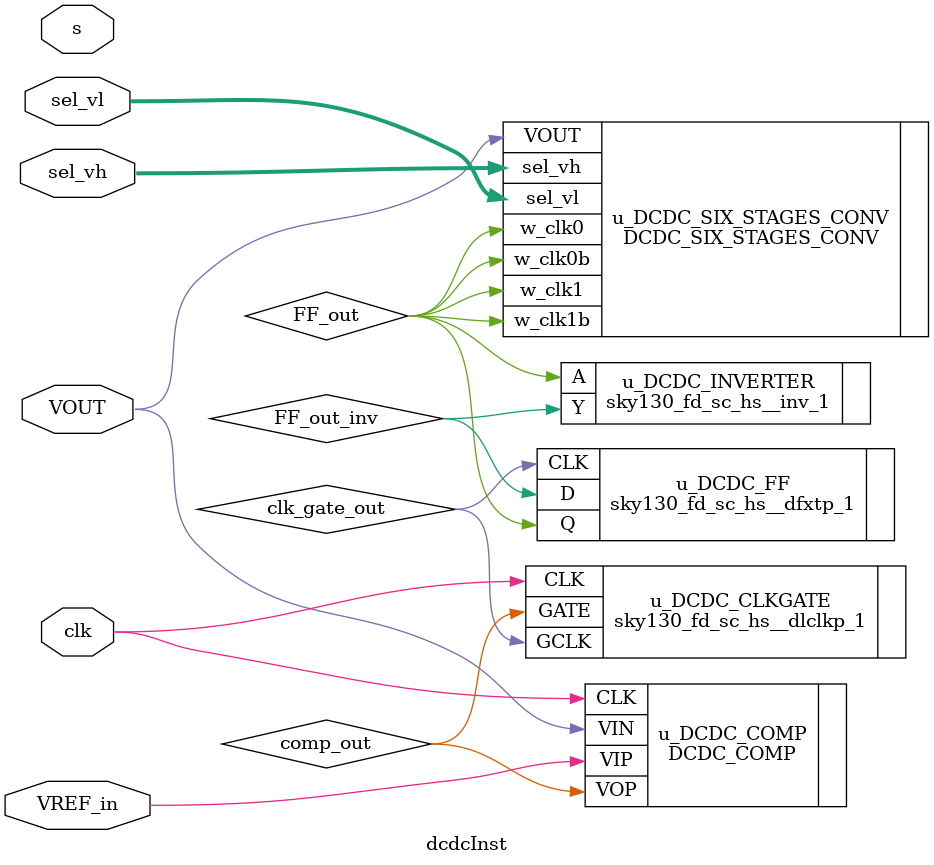
<source format=v>

module dcdcInst (
    inout VOUT,
    input clk,
	input VREF_in, //new added input
	input [5:0] sel_vh, sel_vl,
	input [1:0] s
);

    wire w_clk0, w_clk0b, w_clk1, w_clk1b;
	wire comp_out, clk_gate_out, FF_out, FF_out_inv;
	
/*	
    DCDC_SIX_STAGES_CONV u_DCDC_SIX_STAGES_CONV(
		.VOUT(VOUT),
		.SEL_VH(sel_vh),
		.SEL_VL(sel_vl),
		.W_CLK0(w_clk0),
		.W_CLK0B(w_clk0b), 
		.W_CLK1(w_clk1), 
		.W_CLK1B(w_clk1b)
	);
	*/
	DCDC_SIX_STAGES_CONV u_DCDC_SIX_STAGES_CONV(
		.VOUT(VOUT),
		.sel_vh(sel_vh),
		.sel_vl(sel_vl),
		.w_clk0(FF_out),
		.w_clk0b(FF_out), 
		.w_clk1(FF_out), 
		.w_clk1b(FF_out)
	);
	
	/*   DCDC_NOV_CLKGEN #(.N_delay(7)) u_DCDC_NOV_CLKGEN (
        .clk_in(FF_out),
		.s (s), // two bits to select the dead time
        .clk0(w_clk0),
        .clk0b(w_clk0b),
        .clk1(w_clk1),
        .clk1b(w_clk1b)
    );
	*/
	
	// AUX CELL DCDC_COMP
	DCDC_COMP u_DCDC_COMP(
		.VIP(VREF_in), 
		.VIN(VOUT), 
		.CLK(clk), 
		.VOP(comp_out)
	);
	
	// Clock Gate
	sky130_fd_sc_hs__dlclkp_1 u_DCDC_CLKGATE(
		.CLK(clk), 
		.GATE(comp_out), 
		.GCLK(clk_gate_out)
	);
	
	// Sync FF
	sky130_fd_sc_hs__dfxtp_1 u_DCDC_FF(
		.CLK(clk_gate_out), //check which input is clk
		.D(FF_out_inv), 
		.Q(FF_out)
	);
	
	// Sync Inv
	sky130_fd_sc_hs__inv_1 u_DCDC_INVERTER( 
		.A(FF_out), 
		.Y(FF_out_inv)
	);
endmodule

</source>
